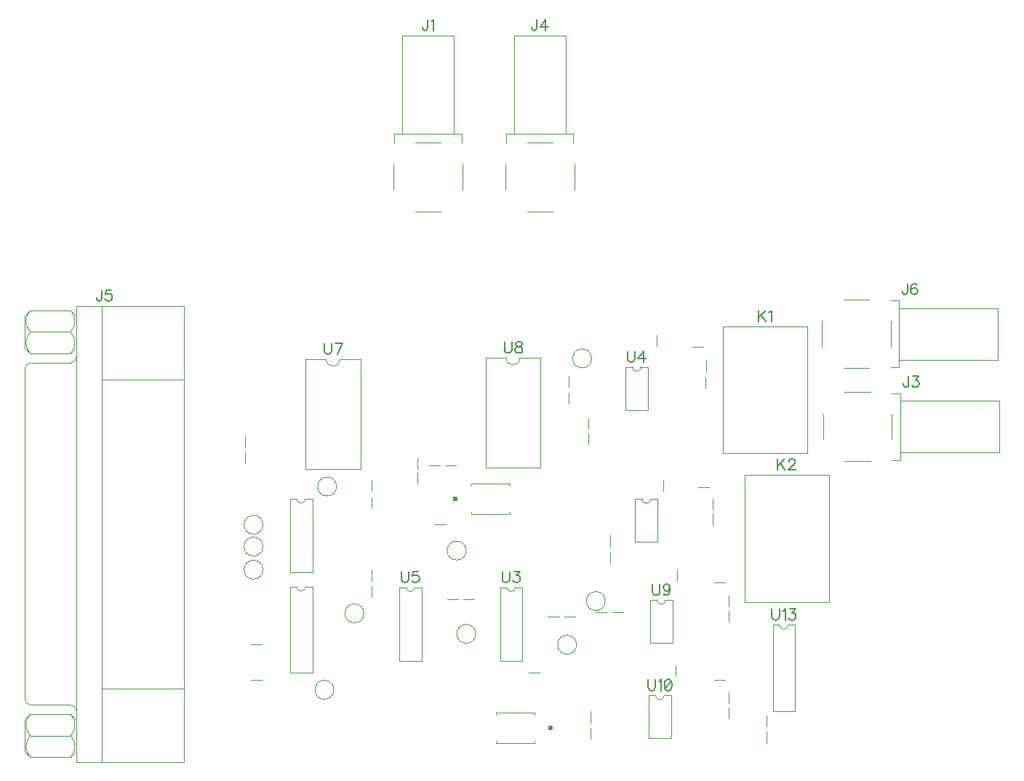
<source format=gbr>
G04 DipTrace 3.3.1.3*
G04 TopSilk.gbr*
%MOIN*%
G04 #@! TF.FileFunction,Legend,Top*
G04 #@! TF.Part,Single*
%ADD10C,0.004724*%
%ADD17C,0.023631*%
%ADD64C,0.00772*%
%FSLAX26Y26*%
G04*
G70*
G90*
G75*
G01*
G04 TopSilk*
%LPD*%
X1202033Y1416148D2*
D10*
X1150892D1*
X1705322Y2251829D2*
Y2200687D1*
Y2333078D2*
Y2281936D1*
X2564533Y1703649D2*
X2513392D1*
X2639533D2*
X2588392D1*
X1705322Y1845579D2*
Y1794438D1*
Y1920579D2*
Y1869438D1*
X2102033Y1784898D2*
X2050892D1*
X2177033D2*
X2125892D1*
X1202033Y1578649D2*
X1150892D1*
X2425892Y1448867D2*
X2477033D1*
X2045784Y2128649D2*
X1994642D1*
X1126393Y2406938D2*
Y2458079D1*
Y2481938D2*
Y2533079D1*
X1915361Y2433079D2*
Y2381938D1*
Y2364327D2*
Y2313186D1*
X2093323Y2397398D2*
X2042182D1*
X2018323D2*
X1967182D1*
X2607644Y2681938D2*
Y2733079D1*
Y2756938D2*
Y2808079D1*
X3011623Y2995579D2*
Y2944438D1*
X3236623Y2801829D2*
Y2750687D1*
X3238355Y2876829D2*
Y2825687D1*
X2697604Y2563187D2*
Y2614329D1*
Y2494438D2*
Y2545579D1*
X3227083Y2941149D2*
X3175941D1*
X3042872Y2333078D2*
Y2281936D1*
X3267872Y2176829D2*
Y2125687D1*
Y2245579D2*
Y2194438D1*
X2799123Y2076829D2*
Y2025687D1*
Y2001829D2*
Y1950687D1*
X3252083Y2297398D2*
X3200941D1*
X3105273Y1920579D2*
Y1869438D1*
X3342872Y1733079D2*
Y1681938D1*
Y1801829D2*
Y1750687D1*
X2807142Y1723867D2*
X2858284D1*
X2732142D2*
X2783284D1*
X3327083Y1859898D2*
X3275941D1*
X3099123Y1483079D2*
Y1431938D1*
X3342872Y1289329D2*
Y1238187D1*
Y1358079D2*
Y1306938D1*
X2710153Y1219438D2*
Y1270579D1*
Y1144438D2*
Y1195579D1*
X3327083Y1416149D2*
X3275941D1*
X3516354Y1200687D2*
Y1251829D1*
Y1125687D2*
Y1176829D1*
X2453436Y1124138D2*
X2276264D1*
X2453436Y1265874D2*
X2276264D1*
Y1124138D2*
Y1133988D1*
X2453436Y1124138D2*
Y1133988D1*
X2276264Y1256023D2*
Y1265874D1*
X2453436Y1256023D2*
Y1265874D1*
D17*
X2525278Y1195006D3*
X2161990Y2315878D2*
D10*
X2339162D1*
X2161990Y2174142D2*
X2339162D1*
Y2315878D2*
Y2306027D1*
X2161990Y2315878D2*
Y2306027D1*
X2339162Y2183992D2*
Y2174142D1*
X2161990Y2183992D2*
Y2174142D1*
D17*
X2090148Y2245010D3*
X1810419Y3877452D2*
D10*
Y3916838D1*
X2117506D1*
Y3877452D1*
X1806482Y3779068D2*
Y3660991D1*
X1904907Y3877452D2*
X2023018D1*
X2121443Y3779068D2*
Y3660991D1*
X1904907Y3562527D2*
X2023018D1*
X1845852Y3916838D2*
Y4369613D1*
X2082073D1*
Y3916838D1*
X4090158Y2729801D2*
X4129544D1*
Y2422714D1*
X4090158D1*
X3991774Y2733738D2*
X3873697D1*
X4090158Y2635313D2*
Y2517203D1*
X3991774Y2418777D2*
X3873697D1*
X3775233Y2635313D2*
Y2517203D1*
X4129544Y2694368D2*
X4582319D1*
Y2458148D1*
X4129544D1*
X2322919Y3877452D2*
Y3916838D1*
X2630006D1*
Y3877452D1*
X2318982Y3779068D2*
Y3660991D1*
X2417407Y3877452D2*
X2535518D1*
X2633943Y3779068D2*
Y3660991D1*
X2417407Y3562527D2*
X2535518D1*
X2358352Y3916838D2*
Y4369613D1*
X2594573D1*
Y3916838D1*
X143975Y2868384D2*
G03X116285Y2841207I276J-27977D01*
G01*
X352380Y1273293D2*
G03X324690Y1300470I-27967J-799D01*
G01*
Y2868384D2*
G03X352380Y2895561I-276J27977D01*
G01*
X116285Y1327648D2*
G03X143975Y1300470I27967J799D01*
G01*
X141789Y1160403D2*
G03X141789Y1060057I51488J-50173D01*
G01*
Y1258659D2*
G03X141789Y1158313I51488J-50173D01*
G01*
X325419D2*
G03X325419Y1258659I-51488J50173D01*
G01*
Y1060057D2*
G03X325419Y1160403I-51488J50173D01*
G01*
X141789Y3010541D2*
G03X141789Y2910195I51488J-50173D01*
G01*
Y3108797D2*
G03X141789Y3010541I48918J-49128D01*
G01*
X325419D2*
G03X325419Y3108797I-48918J49128D01*
G01*
Y2910195D2*
G03X325419Y3010541I-51488J50173D01*
G01*
X352380Y3129703D2*
X844974D1*
X352380Y1039151D2*
X844974D1*
Y3129703D2*
Y1039151D1*
X470428Y2793124D2*
X844974D1*
X352380Y3129703D2*
Y1039151D1*
X470428Y1375730D2*
X844974D1*
X116285Y2841207D2*
Y1327648D1*
X143975Y2868384D2*
X324690D1*
X143975Y1300470D2*
X324690D1*
X470428Y3129703D2*
Y1039151D1*
X350194Y1085144D2*
X325419Y1060057D1*
X141789D2*
X325419D1*
X116285Y1085144D2*
X141061Y1060057D1*
X116285Y1233573D2*
Y1085144D1*
X141061Y1258659D2*
X116285Y1233573D1*
X183324Y1258659D2*
X191340D1*
X141789D2*
X325419D1*
X350194Y1233573D1*
X141789Y1158313D2*
X325419D1*
X350194Y2935281D2*
X325419Y2910195D1*
X141789D2*
X325419D1*
X116285Y2935281D2*
X141061Y2910195D1*
X116285Y3083710D2*
Y2935281D1*
X141061Y3108797D2*
X116285Y3083710D1*
X183324Y3108797D2*
X191340D1*
X141789D2*
X325419D1*
X350194Y3083710D1*
X141789Y3010541D2*
X325419D1*
X4083909Y3154801D2*
X4123294D1*
Y2847714D1*
X4083909D1*
X3985525Y3158738D2*
X3867448D1*
X4083909Y3060313D2*
Y2942203D1*
X3985525Y2843777D2*
X3867448D1*
X3768983Y3060313D2*
Y2942203D1*
X4123294Y3119368D2*
X4576070D1*
Y2883148D1*
X4123294D1*
X3314800Y2453670D2*
Y3036347D1*
X3700627D1*
Y2453670D1*
X3314800D1*
X3414800Y1772419D2*
Y2355096D1*
X3800627D1*
Y1772419D1*
X3414800D1*
X1120655Y1920008D2*
G02X1120655Y1920008I43307J0D01*
G01*
X1445655Y1370007D2*
G02X1445655Y1370007I43307J0D01*
G01*
X1120655Y2126256D2*
G02X1120655Y2126256I43307J0D01*
G01*
Y2026258D2*
G02X1120655Y2026258I43307J0D01*
G01*
X1583155Y1720008D2*
G02X1583155Y1720008I43307J0D01*
G01*
X1458155Y2301258D2*
G02X1458155Y2301258I43307J0D01*
G01*
X2051906Y2007507D2*
G02X2051906Y2007507I43307J0D01*
G01*
X2095657Y1626258D2*
G02X2095657Y1626258I43307J0D01*
G01*
X2558155Y1576258D2*
G02X2558155Y1576258I43307J0D01*
G01*
X2689406Y1776258D2*
G02X2689406Y1776258I43307J0D01*
G01*
X2626956Y2888758D2*
G02X2626956Y2888758I43307J0D01*
G01*
X1331525Y1841842D2*
Y1448172D1*
X1433901Y1841842D2*
Y1448172D1*
X1331525D2*
X1433901D1*
X1331525Y1841842D2*
X1363019D1*
X1402408D2*
X1433901D1*
X1363019D2*
G03X1402408Y1841842I19694J11D01*
G01*
X1331573Y2245553D2*
Y1906960D1*
X1433950Y2245553D2*
Y1906960D1*
X1331573D2*
X1433950D1*
X1331573Y2245553D2*
X1363067D1*
X1402456D2*
X1433950D1*
X1363067D2*
G03X1402456Y2245553I19694J-12D01*
G01*
X2294073Y1839304D2*
Y1500710D1*
X2396450Y1839304D2*
Y1500710D1*
X2294073D2*
X2396450D1*
X2294073Y1839304D2*
X2325567D1*
X2364956D2*
X2396450D1*
X2325567D2*
G03X2364956Y1839304I19694J-12D01*
G01*
X2869075Y2849685D2*
Y2652831D1*
X2971451Y2849685D2*
Y2652831D1*
X2869075D2*
X2971451D1*
X2900569Y2849685D2*
X2869075D1*
X2939957D2*
X2971451D1*
X2900569D2*
G03X2939957Y2849685I19694J9D01*
G01*
X1831573Y1839304D2*
Y1500710D1*
X1933950Y1839304D2*
Y1500710D1*
X1831573D2*
X1933950D1*
X1831573Y1839304D2*
X1863067D1*
X1902456D2*
X1933950D1*
X1863067D2*
G03X1902456Y1839304I19694J-12D01*
G01*
X2912824Y2243436D2*
Y2046581D1*
X3015201Y2243436D2*
Y2046581D1*
X2912824D2*
X3015201D1*
X2944318Y2243436D2*
X2912824D1*
X2983707D2*
X3015201D1*
X2944318D2*
G03X2983707Y2243436I19694J9D01*
G01*
X1402294Y2884452D2*
Y2380562D1*
X1654261Y2884452D2*
Y2380562D1*
X1402294D2*
X1654261D1*
X1402294Y2884452D2*
X1496771D1*
X1559785D2*
X1654261D1*
X1496771D2*
G03X1559785Y2884452I31507J64D01*
G01*
X2227294Y2890703D2*
Y2386813D1*
X2479261Y2890703D2*
Y2386813D1*
X2227294D2*
X2479261D1*
X2227294Y2890703D2*
X2321771D1*
X2384785D2*
X2479261D1*
X2321771D2*
G03X2384785Y2890703I31507J64D01*
G01*
X2981575Y1780936D2*
Y1584081D1*
X3083951Y1780936D2*
Y1584081D1*
X2981575D2*
X3083951D1*
X3013069Y1780936D2*
X2981575D1*
X3052457D2*
X3083951D1*
X3013069D2*
G03X3052457Y1780936I19694J9D01*
G01*
X2975324Y1343436D2*
Y1146581D1*
X3077701Y1343436D2*
Y1146581D1*
X2975324D2*
X3077701D1*
X3006818Y1343436D2*
X2975324D1*
X3046207D2*
X3077701D1*
X3006818D2*
G03X3046207Y1343436I19694J9D01*
G01*
X3544075Y1666842D2*
Y1273172D1*
X3646451Y1666842D2*
Y1273172D1*
X3544075D2*
X3646451D1*
X3544075Y1666842D2*
X3575569D1*
X3614957D2*
X3646451D1*
X3575569D2*
G03X3614957Y1666842I19694J11D01*
G01*
X1962212Y4442836D2*
D64*
Y4404590D1*
X1959835Y4397405D1*
X1957404Y4395028D1*
X1952650Y4392596D1*
X1947842D1*
X1943089Y4395028D1*
X1940712Y4397405D1*
X1938280Y4404590D1*
Y4409343D1*
X1977651Y4433220D2*
X1982460Y4435651D1*
X1989645Y4442781D1*
Y4392596D1*
X4166276Y2806961D2*
Y2768715D1*
X4163899Y2761530D1*
X4161467Y2759153D1*
X4156714Y2756721D1*
X4151906D1*
X4147152Y2759153D1*
X4144776Y2761530D1*
X4142344Y2768715D1*
Y2773468D1*
X4186523Y2806906D2*
X4212776D1*
X4198462Y2787783D1*
X4205647D1*
X4210400Y2785406D1*
X4212776Y2783029D1*
X4215208Y2775844D1*
Y2771091D1*
X4212776Y2763906D1*
X4208023Y2759098D1*
X4200838Y2756721D1*
X4193653D1*
X4186523Y2759098D1*
X4184147Y2761530D1*
X4181715Y2766283D1*
X2462774Y4442836D2*
Y4404590D1*
X2460397Y4397405D1*
X2457965Y4395028D1*
X2453212Y4392596D1*
X2448404D1*
X2443650Y4395028D1*
X2441274Y4397405D1*
X2438842Y4404590D1*
Y4409343D1*
X2502145Y4392596D2*
Y4442781D1*
X2478213Y4409343D1*
X2514083D1*
X468123Y3202926D2*
Y3164679D1*
X465747Y3157494D1*
X463315Y3155118D1*
X458562Y3152686D1*
X453753D1*
X449000Y3155118D1*
X446624Y3157494D1*
X444192Y3164679D1*
Y3169432D1*
X512248Y3202870D2*
X488371D1*
X485995Y3181371D1*
X488371Y3183747D1*
X495556Y3186179D1*
X502686D1*
X509871Y3183747D1*
X514679Y3178994D1*
X517056Y3171809D1*
Y3167056D1*
X514679Y3159871D1*
X509871Y3155062D1*
X502686Y3152686D1*
X495556D1*
X488371Y3155062D1*
X485995Y3157494D1*
X483563Y3162247D1*
X4161242Y3231961D2*
Y3193715D1*
X4158866Y3186530D1*
X4156434Y3184153D1*
X4151681Y3181721D1*
X4146872D1*
X4142119Y3184153D1*
X4139742Y3186530D1*
X4137311Y3193715D1*
Y3198468D1*
X4205366Y3224776D2*
X4202990Y3229529D1*
X4195805Y3231906D1*
X4191052D1*
X4183867Y3229529D1*
X4179058Y3222344D1*
X4176682Y3210406D1*
Y3198468D1*
X4179058Y3188906D1*
X4183867Y3184098D1*
X4191052Y3181721D1*
X4193428D1*
X4200558Y3184098D1*
X4205366Y3188906D1*
X4207743Y3196091D1*
Y3198468D1*
X4205366Y3205653D1*
X4200558Y3210406D1*
X4193428Y3212783D1*
X4191052D1*
X4183867Y3210406D1*
X4179058Y3205653D1*
X4176682Y3198468D1*
X3477250Y3109570D2*
Y3059330D1*
X3510743Y3109570D2*
X3477250Y3076077D1*
X3489188Y3088070D2*
X3510743Y3059330D1*
X3526183Y3099953D2*
X3530991Y3102385D1*
X3538176Y3109515D1*
Y3059330D1*
X3566500Y2428319D2*
Y2378079D1*
X3599994Y2428319D2*
X3566500Y2394826D1*
X3578438Y2406820D2*
X3599994Y2378079D1*
X3617865Y2416326D2*
Y2418703D1*
X3620241Y2423511D1*
X3622618Y2425888D1*
X3627426Y2428264D1*
X3636988D1*
X3641741Y2425888D1*
X3644118Y2423511D1*
X3646549Y2418703D1*
Y2413949D1*
X3644118Y2409141D1*
X3639364Y2402011D1*
X3615433Y2378079D1*
X3648926D1*
X2304049Y1912527D2*
Y1876657D1*
X2306425Y1869472D1*
X2311234Y1864719D1*
X2318419Y1862287D1*
X2323172D1*
X2330357Y1864719D1*
X2335165Y1869472D1*
X2337542Y1876657D1*
Y1912527D1*
X2357790Y1912471D2*
X2384043D1*
X2369728Y1893348D1*
X2376913D1*
X2381666Y1890972D1*
X2384043Y1888595D1*
X2386475Y1881410D1*
Y1876657D1*
X2384043Y1869472D1*
X2379290Y1864663D1*
X2372105Y1862287D1*
X2364920D1*
X2357790Y1864663D1*
X2355413Y1867095D1*
X2352981Y1871848D1*
X2877862Y2922908D2*
Y2887038D1*
X2880238Y2879853D1*
X2885047Y2875100D1*
X2892232Y2872668D1*
X2896985D1*
X2904170Y2875100D1*
X2908978Y2879853D1*
X2911355Y2887038D1*
Y2922908D1*
X2950726Y2872668D2*
Y2922853D1*
X2926794Y2889415D1*
X2962664D1*
X1841549Y1912527D2*
Y1876657D1*
X1843925Y1869472D1*
X1848734Y1864719D1*
X1855919Y1862287D1*
X1860672D1*
X1867857Y1864719D1*
X1872665Y1869472D1*
X1875042Y1876657D1*
Y1912527D1*
X1919166Y1912471D2*
X1895290D1*
X1892913Y1890972D1*
X1895290Y1893348D1*
X1902475Y1895780D1*
X1909605D1*
X1916790Y1893348D1*
X1921598Y1888595D1*
X1923975Y1881410D1*
Y1876657D1*
X1921598Y1869472D1*
X1916790Y1864663D1*
X1909605Y1862287D1*
X1902475D1*
X1895290Y1864663D1*
X1892913Y1867095D1*
X1890481Y1871848D1*
X1489040Y2957675D2*
Y2921805D1*
X1491416Y2914620D1*
X1496225Y2909867D1*
X1503410Y2907435D1*
X1508163D1*
X1515348Y2909867D1*
X1520156Y2914620D1*
X1522533Y2921805D1*
Y2957675D1*
X1547534Y2907435D2*
X1571465Y2957620D1*
X1537972D1*
X2314067Y2963926D2*
Y2928056D1*
X2316444Y2920871D1*
X2321252Y2916118D1*
X2328437Y2913686D1*
X2333190D1*
X2340375Y2916118D1*
X2345184Y2920871D1*
X2347561Y2928056D1*
Y2963926D1*
X2374938Y2963870D2*
X2367808Y2961494D1*
X2365376Y2956741D1*
Y2951932D1*
X2367808Y2947179D1*
X2372561Y2944747D1*
X2382123Y2942371D1*
X2389308Y2939994D1*
X2394061Y2935186D1*
X2396438Y2930432D1*
Y2923247D1*
X2394061Y2918494D1*
X2391685Y2916062D1*
X2384500Y2913686D1*
X2374938D1*
X2367808Y2916062D1*
X2365376Y2918494D1*
X2363000Y2923247D1*
Y2930432D1*
X2365376Y2935186D1*
X2370185Y2939994D1*
X2377315Y2942371D1*
X2386876Y2944747D1*
X2391685Y2947179D1*
X2394061Y2951932D1*
Y2956741D1*
X2391685Y2961494D1*
X2384500Y2963870D1*
X2374938D1*
X2992738Y1854159D2*
Y1818289D1*
X2995115Y1811104D1*
X2999923Y1806350D1*
X3007108Y1803919D1*
X3011862D1*
X3019047Y1806350D1*
X3023855Y1811104D1*
X3026232Y1818289D1*
Y1854159D1*
X3072788Y1837412D2*
X3070356Y1830227D1*
X3065603Y1825418D1*
X3058418Y1823042D1*
X3056041D1*
X3048856Y1825418D1*
X3044103Y1830227D1*
X3041671Y1837412D1*
Y1839789D1*
X3044103Y1846974D1*
X3048856Y1851727D1*
X3056041Y1854103D1*
X3058418D1*
X3065603Y1851727D1*
X3070356Y1846974D1*
X3072788Y1837412D1*
Y1825418D1*
X3070356Y1813480D1*
X3065603Y1806295D1*
X3058418Y1803919D1*
X3053664D1*
X3046479Y1806295D1*
X3044103Y1811104D1*
X2971583Y1416659D2*
Y1380789D1*
X2973960Y1373604D1*
X2978768Y1368850D1*
X2985953Y1366419D1*
X2990706D1*
X2997891Y1368850D1*
X3002700Y1373604D1*
X3005076Y1380789D1*
Y1416659D1*
X3020516Y1407042D2*
X3025324Y1409474D1*
X3032509Y1416603D1*
Y1366419D1*
X3062318Y1416603D2*
X3055133Y1414227D1*
X3050325Y1407042D1*
X3047948Y1395104D1*
Y1387918D1*
X3050325Y1375980D1*
X3055133Y1368795D1*
X3062318Y1366419D1*
X3067072D1*
X3074257Y1368795D1*
X3079010Y1375980D1*
X3081442Y1387918D1*
Y1395104D1*
X3079010Y1407042D1*
X3074257Y1414227D1*
X3067072Y1416603D1*
X3062318D1*
X3079010Y1407042D2*
X3050325Y1375980D1*
X3540334Y1740065D2*
Y1704195D1*
X3542710Y1697010D1*
X3547519Y1692257D1*
X3554704Y1689825D1*
X3559457D1*
X3566642Y1692257D1*
X3571450Y1697010D1*
X3573827Y1704195D1*
Y1740065D1*
X3589266Y1730448D2*
X3594075Y1732880D1*
X3601260Y1740010D1*
Y1689825D1*
X3621507Y1740010D2*
X3647760D1*
X3633446Y1720886D1*
X3640631D1*
X3645384Y1718510D1*
X3647760Y1716133D1*
X3650192Y1708948D1*
Y1704195D1*
X3647760Y1697010D1*
X3643007Y1692201D1*
X3635822Y1689825D1*
X3628637D1*
X3621507Y1692201D1*
X3619131Y1694633D1*
X3616699Y1699386D1*
M02*

</source>
